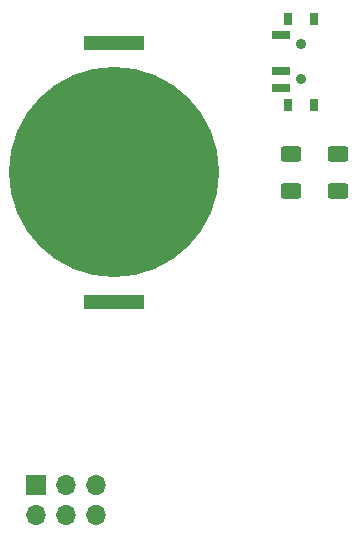
<source format=gbs>
%TF.GenerationSoftware,KiCad,Pcbnew,(7.0.0-0)*%
%TF.CreationDate,2023-07-23T12:34:26-06:00*%
%TF.ProjectId,HAS4_SAO,48415334-5f53-4414-9f2e-6b696361645f,rev?*%
%TF.SameCoordinates,Original*%
%TF.FileFunction,Soldermask,Bot*%
%TF.FilePolarity,Negative*%
%FSLAX46Y46*%
G04 Gerber Fmt 4.6, Leading zero omitted, Abs format (unit mm)*
G04 Created by KiCad (PCBNEW (7.0.0-0)) date 2023-07-23 12:34:26*
%MOMM*%
%LPD*%
G01*
G04 APERTURE LIST*
G04 Aperture macros list*
%AMRoundRect*
0 Rectangle with rounded corners*
0 $1 Rounding radius*
0 $2 $3 $4 $5 $6 $7 $8 $9 X,Y pos of 4 corners*
0 Add a 4 corners polygon primitive as box body*
4,1,4,$2,$3,$4,$5,$6,$7,$8,$9,$2,$3,0*
0 Add four circle primitives for the rounded corners*
1,1,$1+$1,$2,$3*
1,1,$1+$1,$4,$5*
1,1,$1+$1,$6,$7*
1,1,$1+$1,$8,$9*
0 Add four rect primitives between the rounded corners*
20,1,$1+$1,$2,$3,$4,$5,0*
20,1,$1+$1,$4,$5,$6,$7,0*
20,1,$1+$1,$6,$7,$8,$9,0*
20,1,$1+$1,$8,$9,$2,$3,0*%
G04 Aperture macros list end*
%ADD10RoundRect,0.250000X0.625000X-0.400000X0.625000X0.400000X-0.625000X0.400000X-0.625000X-0.400000X0*%
%ADD11R,1.700000X1.700000*%
%ADD12O,1.700000X1.700000*%
%ADD13R,5.080000X1.270000*%
%ADD14C,17.800000*%
%ADD15R,0.800000X1.000000*%
%ADD16C,0.900000*%
%ADD17R,1.500000X0.700000*%
G04 APERTURE END LIST*
D10*
%TO.C,R2*%
X130500000Y-110100000D03*
X130500000Y-107000000D03*
%TD*%
%TO.C,R1*%
X134500000Y-110100000D03*
X134500000Y-107000000D03*
%TD*%
D11*
%TO.C,J1*%
X108919999Y-134999999D03*
D12*
X108919999Y-137539999D03*
X111459999Y-134999999D03*
X111459999Y-137539999D03*
X113999999Y-134999999D03*
X113999999Y-137539999D03*
%TD*%
D13*
%TO.C,BT1*%
X115499999Y-97529999D03*
X115499999Y-119499999D03*
D14*
X115500000Y-108515000D03*
%TD*%
D15*
%TO.C,SW1*%
X130289999Y-102799999D03*
X132499999Y-95499999D03*
X132499999Y-102799999D03*
X130289999Y-95499999D03*
D16*
X131400000Y-100650000D03*
X131400000Y-97650000D03*
D17*
X129639999Y-96899999D03*
X129639999Y-99899999D03*
X129639999Y-101399999D03*
%TD*%
M02*

</source>
